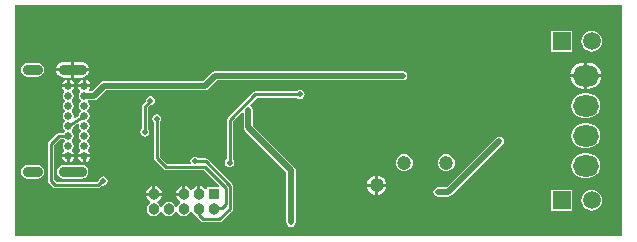
<source format=gbl>
G04*
G04 #@! TF.GenerationSoftware,Altium Limited,Altium Designer,19.1.8 (144)*
G04*
G04 Layer_Physical_Order=2*
G04 Layer_Color=16711680*
%FSLAX23Y23*%
%MOIN*%
G70*
G01*
G75*
%ADD12C,0.010*%
%ADD49C,0.020*%
%ADD51O,0.067X0.035*%
%ADD52O,0.094X0.035*%
%ADD53O,0.026X0.024*%
%ADD54R,0.059X0.059*%
%ADD55C,0.059*%
%ADD56O,0.087X0.071*%
%ADD57C,0.047*%
%ADD58R,0.038X0.038*%
%ADD59C,0.038*%
%ADD60C,0.020*%
%ADD61C,0.020*%
G36*
X1676Y-385D02*
X-347D01*
Y385D01*
X1676D01*
Y-385D01*
D02*
G37*
%LPC*%
G36*
X1510Y300D02*
X1440D01*
Y230D01*
X1510D01*
Y300D01*
D02*
G37*
G36*
X1575Y300D02*
X1566Y299D01*
X1558Y295D01*
X1550Y290D01*
X1545Y282D01*
X1541Y274D01*
X1540Y265D01*
X1541Y256D01*
X1545Y248D01*
X1550Y240D01*
X1558Y235D01*
X1566Y231D01*
X1575Y230D01*
X1584Y231D01*
X1592Y235D01*
X1600Y240D01*
X1605Y248D01*
X1609Y256D01*
X1610Y265D01*
X1609Y274D01*
X1605Y282D01*
X1600Y290D01*
X1592Y295D01*
X1584Y299D01*
X1575Y300D01*
D02*
G37*
G36*
X-126Y196D02*
X-150D01*
Y175D01*
X-101D01*
X-101Y177D01*
X-103Y183D01*
X-107Y189D01*
X-113Y193D01*
X-119Y195D01*
X-126Y196D01*
D02*
G37*
G36*
X-160D02*
X-185D01*
X-192Y195D01*
X-198Y193D01*
X-203Y189D01*
X-207Y183D01*
X-210Y177D01*
X-210Y175D01*
X-160D01*
Y196D01*
D02*
G37*
G36*
X1563Y194D02*
X1560D01*
Y155D01*
X1606D01*
X1605Y161D01*
X1601Y172D01*
X1594Y181D01*
X1585Y188D01*
X1574Y192D01*
X1563Y194D01*
D02*
G37*
G36*
X1550D02*
X1547D01*
X1536Y192D01*
X1525Y188D01*
X1516Y181D01*
X1509Y172D01*
X1505Y161D01*
X1504Y155D01*
X1550D01*
Y194D01*
D02*
G37*
G36*
X-273Y193D02*
X-304D01*
X-313Y192D01*
X-321Y187D01*
X-326Y179D01*
X-327Y170D01*
X-326Y161D01*
X-321Y154D01*
X-313Y149D01*
X-304Y147D01*
X-273D01*
X-264Y149D01*
X-256Y154D01*
X-251Y161D01*
X-250Y170D01*
X-251Y179D01*
X-256Y187D01*
X-264Y192D01*
X-273Y193D01*
D02*
G37*
G36*
X-101Y165D02*
X-150D01*
Y144D01*
X-126D01*
X-119Y145D01*
X-113Y148D01*
X-107Y152D01*
X-103Y157D01*
X-101Y164D01*
X-101Y165D01*
D02*
G37*
G36*
X-160D02*
X-210D01*
X-210Y164D01*
X-207Y157D01*
X-203Y152D01*
X-198Y148D01*
X-192Y145D01*
X-185Y144D01*
X-160D01*
Y165D01*
D02*
G37*
G36*
X-165Y137D02*
Y122D01*
X-150D01*
X-150Y125D01*
X-155Y132D01*
X-161Y136D01*
X-165Y137D01*
D02*
G37*
G36*
X-112D02*
Y122D01*
X-97D01*
X-97Y125D01*
X-102Y132D01*
X-108Y136D01*
X-112Y137D01*
D02*
G37*
G36*
X-122D02*
X-125Y136D01*
X-132Y132D01*
X-136Y125D01*
X-137Y122D01*
X-122D01*
Y137D01*
D02*
G37*
G36*
X-175D02*
X-178Y136D01*
X-185Y132D01*
X-190Y125D01*
X-190Y122D01*
X-175D01*
Y137D01*
D02*
G37*
G36*
X1606Y145D02*
X1560D01*
Y106D01*
X1563D01*
X1574Y108D01*
X1585Y112D01*
X1594Y119D01*
X1601Y128D01*
X1605Y139D01*
X1606Y145D01*
D02*
G37*
G36*
X1550D02*
X1504D01*
X1505Y139D01*
X1509Y128D01*
X1516Y119D01*
X1525Y112D01*
X1536Y108D01*
X1547Y106D01*
X1550D01*
Y145D01*
D02*
G37*
G36*
X945Y165D02*
X320D01*
X314Y164D01*
X309Y161D01*
X280Y132D01*
X-51D01*
X-57Y131D01*
X-62Y127D01*
X-90Y99D01*
X-99D01*
X-101Y104D01*
X-97Y109D01*
X-97Y112D01*
X-117D01*
X-137D01*
X-136Y109D01*
X-132Y103D01*
X-130Y101D01*
Y98D01*
X-130Y95D01*
X-134Y90D01*
X-135Y84D01*
X-134Y77D01*
X-130Y71D01*
X-128Y70D01*
Y64D01*
X-130Y63D01*
X-134Y57D01*
X-135Y50D01*
X-134Y43D01*
X-130Y38D01*
X-128Y36D01*
Y30D01*
X-130Y29D01*
X-134Y23D01*
X-135Y17D01*
X-148Y9D01*
X-153Y12D01*
X-152Y17D01*
X-153Y23D01*
X-157Y29D01*
X-159Y30D01*
Y36D01*
X-157Y38D01*
X-153Y43D01*
X-152Y50D01*
X-153Y57D01*
X-157Y63D01*
X-159Y64D01*
Y70D01*
X-157Y71D01*
X-153Y77D01*
X-152Y84D01*
X-153Y90D01*
X-156Y95D01*
X-157Y98D01*
Y101D01*
X-155Y103D01*
X-150Y109D01*
X-150Y112D01*
X-170D01*
Y117D01*
D01*
Y112D01*
X-190D01*
X-190Y109D01*
X-185Y103D01*
X-183Y101D01*
Y98D01*
X-183Y95D01*
X-187Y90D01*
X-188Y84D01*
X-187Y77D01*
X-183Y71D01*
X-181Y70D01*
Y64D01*
X-183Y63D01*
X-187Y57D01*
X-188Y50D01*
X-187Y43D01*
X-183Y38D01*
X-181Y36D01*
Y30D01*
X-183Y29D01*
X-187Y23D01*
X-188Y17D01*
X-187Y10D01*
X-183Y4D01*
X-181Y3D01*
Y-3D01*
X-183Y-4D01*
X-187Y-10D01*
X-188Y-17D01*
X-187Y-23D01*
X-183Y-29D01*
X-181Y-30D01*
Y-36D01*
X-181Y-37D01*
X-183Y-38D01*
X-184Y-40D01*
X-184Y-40D01*
X-201D01*
X-205Y-41D01*
X-208Y-43D01*
X-234Y-69D01*
X-236Y-73D01*
X-237Y-77D01*
Y-201D01*
X-236Y-205D01*
X-234Y-208D01*
X-220Y-222D01*
X-217Y-224D01*
X-213Y-225D01*
X-71D01*
X-67Y-224D01*
X-63Y-222D01*
X-56Y-215D01*
X-54Y-216D01*
X-48Y-215D01*
X-43Y-211D01*
X-40Y-206D01*
X-38Y-201D01*
X-40Y-195D01*
X-43Y-190D01*
X-48Y-187D01*
X-54Y-185D01*
X-59Y-187D01*
X-64Y-190D01*
X-68Y-195D01*
X-68Y-198D01*
X-75Y-205D01*
X-208D01*
X-217Y-196D01*
Y-81D01*
X-196Y-60D01*
X-184D01*
X-183Y-63D01*
X-181Y-64D01*
Y-70D01*
X-183Y-71D01*
X-187Y-77D01*
X-188Y-84D01*
X-187Y-90D01*
X-183Y-95D01*
X-183Y-98D01*
Y-101D01*
X-185Y-103D01*
X-190Y-109D01*
X-190Y-112D01*
X-170D01*
X-150D01*
X-150Y-109D01*
X-155Y-103D01*
X-157Y-101D01*
Y-98D01*
X-156Y-95D01*
X-153Y-90D01*
X-152Y-84D01*
X-153Y-77D01*
X-157Y-71D01*
X-159Y-70D01*
Y-64D01*
X-157Y-63D01*
X-153Y-57D01*
X-152Y-50D01*
X-153Y-43D01*
X-157Y-38D01*
X-159Y-36D01*
Y-30D01*
X-157Y-29D01*
X-153Y-23D01*
X-152Y-17D01*
X-138Y-9D01*
X-134Y-12D01*
X-135Y-17D01*
X-134Y-23D01*
X-130Y-29D01*
X-128Y-30D01*
Y-36D01*
X-130Y-38D01*
X-134Y-43D01*
X-135Y-50D01*
X-134Y-57D01*
X-130Y-63D01*
X-128Y-64D01*
Y-70D01*
X-130Y-71D01*
X-134Y-77D01*
X-135Y-84D01*
X-134Y-90D01*
X-130Y-95D01*
X-130Y-98D01*
Y-101D01*
X-132Y-103D01*
X-136Y-109D01*
X-137Y-112D01*
X-117D01*
X-97D01*
X-97Y-109D01*
X-102Y-103D01*
X-104Y-101D01*
Y-98D01*
X-103Y-95D01*
X-100Y-90D01*
X-99Y-84D01*
X-100Y-77D01*
X-104Y-71D01*
X-106Y-70D01*
Y-64D01*
X-104Y-63D01*
X-100Y-57D01*
X-99Y-50D01*
X-100Y-43D01*
X-104Y-38D01*
X-106Y-36D01*
Y-30D01*
X-104Y-29D01*
X-100Y-23D01*
X-99Y-17D01*
X-100Y-10D01*
X-104Y-4D01*
X-106Y-3D01*
Y3D01*
X-104Y4D01*
X-100Y10D01*
X-99Y17D01*
X-100Y23D01*
X-104Y29D01*
X-106Y30D01*
Y36D01*
X-104Y38D01*
X-100Y43D01*
X-99Y50D01*
X-100Y57D01*
X-104Y63D01*
X-105Y63D01*
X-103Y68D01*
X-84D01*
X-78Y70D01*
X-73Y73D01*
X-45Y101D01*
X286D01*
X292Y102D01*
X297Y106D01*
X326Y135D01*
X945D01*
X951Y136D01*
X956Y139D01*
X959Y144D01*
X960Y150D01*
X959Y156D01*
X956Y161D01*
X951Y164D01*
X945Y165D01*
D02*
G37*
G36*
X603Y103D02*
X597Y102D01*
X592Y98D01*
X591Y98D01*
X454D01*
X450Y97D01*
X447Y95D01*
X361Y8D01*
X359Y5D01*
X358Y1D01*
Y-129D01*
X357Y-129D01*
X354Y-134D01*
X353Y-140D01*
X354Y-146D01*
X357Y-151D01*
X362Y-154D01*
X368Y-155D01*
X374Y-154D01*
X379Y-151D01*
X382Y-146D01*
X383Y-140D01*
X382Y-134D01*
X379Y-129D01*
X378Y-129D01*
Y-3D01*
X410Y29D01*
X415Y27D01*
Y-22D01*
X416Y-28D01*
X419Y-33D01*
X557Y-171D01*
Y-335D01*
X558Y-337D01*
X557Y-339D01*
X559Y-345D01*
X562Y-350D01*
X567Y-353D01*
X573Y-355D01*
X579Y-353D01*
X584Y-350D01*
X587Y-345D01*
X588Y-339D01*
X588Y-337D01*
X588Y-335D01*
Y-165D01*
X587Y-159D01*
X584Y-154D01*
X445Y-16D01*
Y35D01*
X444Y41D01*
X441Y46D01*
X437Y49D01*
X435Y54D01*
X458Y77D01*
X591D01*
X592Y77D01*
X597Y73D01*
X603Y72D01*
X609Y73D01*
X614Y77D01*
X617Y82D01*
X618Y88D01*
X617Y93D01*
X614Y98D01*
X609Y102D01*
X603Y103D01*
D02*
G37*
G36*
X104Y82D02*
X98Y81D01*
X93Y77D01*
X90Y72D01*
X89Y67D01*
X89Y66D01*
X78Y55D01*
X75Y51D01*
X75Y47D01*
Y-26D01*
X74Y-27D01*
X71Y-32D01*
X70Y-37D01*
X71Y-43D01*
X74Y-48D01*
X79Y-51D01*
X85Y-53D01*
X91Y-51D01*
X95Y-48D01*
X99Y-43D01*
X100Y-37D01*
X99Y-32D01*
X95Y-27D01*
X95Y-26D01*
Y43D01*
X103Y52D01*
X104Y51D01*
X110Y53D01*
X115Y56D01*
X118Y61D01*
X119Y67D01*
X118Y72D01*
X115Y77D01*
X110Y81D01*
X104Y82D01*
D02*
G37*
G36*
X1563Y91D02*
X1547D01*
X1537Y89D01*
X1527Y85D01*
X1518Y79D01*
X1512Y70D01*
X1508Y61D01*
X1506Y50D01*
X1508Y39D01*
X1512Y30D01*
X1518Y21D01*
X1527Y15D01*
X1537Y11D01*
X1547Y9D01*
X1563D01*
X1573Y11D01*
X1583Y15D01*
X1592Y21D01*
X1598Y30D01*
X1602Y39D01*
X1604Y50D01*
X1602Y61D01*
X1598Y70D01*
X1592Y79D01*
X1583Y85D01*
X1573Y89D01*
X1563Y91D01*
D02*
G37*
G36*
Y-9D02*
X1547D01*
X1537Y-11D01*
X1527Y-15D01*
X1518Y-21D01*
X1512Y-30D01*
X1508Y-39D01*
X1506Y-50D01*
X1508Y-61D01*
X1512Y-70D01*
X1518Y-79D01*
X1527Y-85D01*
X1537Y-89D01*
X1547Y-91D01*
X1563D01*
X1573Y-89D01*
X1583Y-85D01*
X1592Y-79D01*
X1598Y-70D01*
X1602Y-61D01*
X1604Y-50D01*
X1602Y-39D01*
X1598Y-30D01*
X1592Y-21D01*
X1583Y-15D01*
X1573Y-11D01*
X1563Y-9D01*
D02*
G37*
G36*
X-150Y-122D02*
X-165D01*
Y-137D01*
X-161Y-136D01*
X-155Y-132D01*
X-150Y-125D01*
X-150Y-122D01*
D02*
G37*
G36*
X-97D02*
X-112D01*
Y-137D01*
X-108Y-136D01*
X-102Y-132D01*
X-97Y-125D01*
X-97Y-122D01*
D02*
G37*
G36*
X-122D02*
X-137D01*
X-136Y-125D01*
X-132Y-132D01*
X-125Y-136D01*
X-122Y-137D01*
Y-122D01*
D02*
G37*
G36*
X-175D02*
X-190D01*
X-190Y-125D01*
X-185Y-132D01*
X-178Y-136D01*
X-175Y-137D01*
Y-122D01*
D02*
G37*
G36*
X1090Y-111D02*
X1083Y-112D01*
X1076Y-115D01*
X1070Y-120D01*
X1065Y-126D01*
X1062Y-133D01*
X1061Y-140D01*
X1062Y-147D01*
X1065Y-154D01*
X1070Y-160D01*
X1076Y-165D01*
X1083Y-168D01*
X1090Y-169D01*
X1097Y-168D01*
X1104Y-165D01*
X1110Y-160D01*
X1115Y-154D01*
X1118Y-147D01*
X1119Y-140D01*
X1118Y-133D01*
X1115Y-126D01*
X1110Y-120D01*
X1104Y-115D01*
X1097Y-112D01*
X1090Y-111D01*
D02*
G37*
G36*
X950D02*
X943Y-112D01*
X936Y-115D01*
X930Y-120D01*
X925Y-126D01*
X922Y-133D01*
X921Y-140D01*
X922Y-147D01*
X925Y-154D01*
X930Y-160D01*
X936Y-165D01*
X943Y-168D01*
X950Y-169D01*
X957Y-168D01*
X964Y-165D01*
X970Y-160D01*
X975Y-154D01*
X978Y-147D01*
X979Y-140D01*
X978Y-133D01*
X975Y-126D01*
X970Y-120D01*
X964Y-115D01*
X957Y-112D01*
X950Y-111D01*
D02*
G37*
G36*
X1563Y-109D02*
X1547D01*
X1537Y-111D01*
X1527Y-115D01*
X1518Y-121D01*
X1512Y-130D01*
X1508Y-139D01*
X1506Y-150D01*
X1508Y-161D01*
X1512Y-170D01*
X1518Y-179D01*
X1527Y-185D01*
X1537Y-189D01*
X1547Y-191D01*
X1563D01*
X1573Y-189D01*
X1583Y-185D01*
X1592Y-179D01*
X1598Y-170D01*
X1602Y-161D01*
X1604Y-150D01*
X1602Y-139D01*
X1598Y-130D01*
X1592Y-121D01*
X1583Y-115D01*
X1573Y-111D01*
X1563Y-109D01*
D02*
G37*
G36*
X-126Y-147D02*
X-185D01*
X-194Y-149D01*
X-201Y-154D01*
X-206Y-161D01*
X-208Y-170D01*
X-206Y-179D01*
X-201Y-187D01*
X-194Y-192D01*
X-185Y-193D01*
X-126D01*
X-117Y-192D01*
X-109Y-187D01*
X-104Y-179D01*
X-103Y-170D01*
X-104Y-161D01*
X-109Y-154D01*
X-117Y-149D01*
X-126Y-147D01*
D02*
G37*
G36*
X-273D02*
X-304D01*
X-313Y-149D01*
X-321Y-154D01*
X-326Y-161D01*
X-327Y-170D01*
X-326Y-179D01*
X-321Y-187D01*
X-313Y-192D01*
X-304Y-193D01*
X-273D01*
X-264Y-192D01*
X-256Y-187D01*
X-251Y-179D01*
X-250Y-170D01*
X-251Y-161D01*
X-256Y-154D01*
X-264Y-149D01*
X-273Y-147D01*
D02*
G37*
G36*
X863Y-184D02*
Y-210D01*
X889D01*
X889Y-207D01*
X886Y-199D01*
X881Y-192D01*
X874Y-187D01*
X866Y-184D01*
X863Y-184D01*
D02*
G37*
G36*
X853D02*
X850Y-184D01*
X842Y-187D01*
X835Y-192D01*
X830Y-199D01*
X827Y-207D01*
X827Y-210D01*
X853D01*
Y-184D01*
D02*
G37*
G36*
X125Y22D02*
X119Y20D01*
X114Y17D01*
X111Y12D01*
X110Y7D01*
X111Y1D01*
X114Y-4D01*
X115Y-5D01*
Y-125D01*
X116Y-129D01*
X118Y-132D01*
X148Y-162D01*
X151Y-164D01*
X155Y-165D01*
X282D01*
X334Y-216D01*
X332Y-221D01*
X291D01*
Y-227D01*
X286Y-228D01*
X284Y-226D01*
X279Y-222D01*
X272Y-219D01*
X270Y-219D01*
Y-245D01*
X260D01*
Y-219D01*
X258Y-219D01*
X251Y-222D01*
X246Y-226D01*
X243Y-229D01*
X242Y-230D01*
X238D01*
X237Y-229D01*
X234Y-226D01*
X229Y-222D01*
X222Y-219D01*
X220Y-219D01*
Y-245D01*
X215D01*
Y-250D01*
X189D01*
X189Y-252D01*
X192Y-259D01*
X196Y-264D01*
X201Y-268D01*
X202Y-269D01*
X203Y-274D01*
X198Y-278D01*
X193Y-286D01*
X192Y-286D01*
X188D01*
X187Y-286D01*
X182Y-278D01*
X174Y-272D01*
X165Y-271D01*
X156Y-272D01*
X148Y-278D01*
X143Y-286D01*
X142Y-286D01*
X138D01*
X137Y-286D01*
X132Y-278D01*
X127Y-274D01*
X128Y-269D01*
X129Y-268D01*
X134Y-264D01*
X138Y-259D01*
X141Y-252D01*
X141Y-250D01*
X115D01*
X89D01*
X89Y-252D01*
X92Y-259D01*
X96Y-264D01*
X101Y-268D01*
X102Y-269D01*
X103Y-274D01*
X98Y-278D01*
X92Y-286D01*
X91Y-295D01*
X92Y-304D01*
X98Y-312D01*
X106Y-318D01*
X115Y-319D01*
X124Y-318D01*
X132Y-312D01*
X137Y-304D01*
X138Y-304D01*
X142D01*
X143Y-304D01*
X148Y-312D01*
X156Y-318D01*
X165Y-319D01*
X174Y-318D01*
X182Y-312D01*
X187Y-304D01*
X188Y-304D01*
X192D01*
X193Y-304D01*
X198Y-312D01*
X206Y-318D01*
X215Y-319D01*
X224Y-318D01*
X232Y-312D01*
X237Y-304D01*
X238Y-304D01*
X242D01*
X243Y-304D01*
X248Y-312D01*
X255Y-317D01*
X256Y-319D01*
X258Y-322D01*
X272Y-336D01*
X275Y-338D01*
X279Y-339D01*
X334D01*
X338Y-338D01*
X341Y-336D01*
X377Y-300D01*
X379Y-297D01*
X380Y-293D01*
Y-217D01*
X379Y-213D01*
X377Y-210D01*
X295Y-128D01*
X292Y-126D01*
X288Y-125D01*
X263D01*
X263Y-124D01*
X258Y-121D01*
X252Y-120D01*
X246Y-121D01*
X241Y-124D01*
X238Y-129D01*
X237Y-135D01*
X238Y-140D01*
X235Y-145D01*
X159D01*
X135Y-121D01*
Y-5D01*
X136Y-4D01*
X139Y1D01*
X140Y7D01*
X139Y12D01*
X136Y17D01*
X131Y20D01*
X125Y22D01*
D02*
G37*
G36*
X120Y-219D02*
Y-240D01*
X141D01*
X141Y-238D01*
X138Y-231D01*
X134Y-226D01*
X129Y-222D01*
X122Y-219D01*
X120Y-219D01*
D02*
G37*
G36*
X210D02*
X208Y-219D01*
X201Y-222D01*
X196Y-226D01*
X192Y-231D01*
X189Y-238D01*
X189Y-240D01*
X210D01*
Y-219D01*
D02*
G37*
G36*
X110D02*
X108Y-219D01*
X101Y-222D01*
X96Y-226D01*
X92Y-231D01*
X89Y-238D01*
X89Y-240D01*
X110D01*
Y-219D01*
D02*
G37*
G36*
X889Y-220D02*
X863D01*
Y-246D01*
X866Y-246D01*
X874Y-243D01*
X881Y-238D01*
X886Y-231D01*
X889Y-223D01*
X889Y-220D01*
D02*
G37*
G36*
X853D02*
X827D01*
X827Y-223D01*
X830Y-231D01*
X835Y-238D01*
X842Y-243D01*
X850Y-246D01*
X853Y-246D01*
Y-220D01*
D02*
G37*
G36*
X1267Y-53D02*
X1261Y-54D01*
X1256Y-57D01*
X1091Y-222D01*
X1062D01*
X1056Y-223D01*
X1052Y-227D01*
X1048Y-232D01*
X1047Y-238D01*
X1048Y-243D01*
X1052Y-248D01*
X1056Y-252D01*
X1062Y-253D01*
X1097D01*
X1103Y-252D01*
X1108Y-248D01*
X1278Y-79D01*
X1281Y-74D01*
X1282Y-68D01*
X1281Y-62D01*
X1278Y-57D01*
X1273Y-54D01*
X1267Y-53D01*
D02*
G37*
G36*
X1510Y-230D02*
X1440D01*
Y-300D01*
X1510D01*
Y-230D01*
D02*
G37*
G36*
X1575Y-230D02*
X1566Y-231D01*
X1558Y-235D01*
X1550Y-240D01*
X1545Y-248D01*
X1541Y-256D01*
X1540Y-265D01*
X1541Y-274D01*
X1545Y-282D01*
X1550Y-290D01*
X1558Y-295D01*
X1566Y-299D01*
X1575Y-300D01*
X1584Y-299D01*
X1592Y-295D01*
X1600Y-290D01*
X1605Y-282D01*
X1609Y-274D01*
X1610Y-265D01*
X1609Y-256D01*
X1605Y-248D01*
X1600Y-240D01*
X1592Y-235D01*
X1584Y-231D01*
X1575Y-230D01*
D02*
G37*
%LPD*%
D12*
X-213Y-215D02*
X-71D01*
X-56Y-201D01*
X-54D01*
X155Y-155D02*
X287D01*
X125Y-125D02*
X155Y-155D01*
X287D02*
X355Y-223D01*
X288Y-135D02*
X370Y-217D01*
X252Y-135D02*
X288D01*
X370Y-293D02*
Y-217D01*
X125Y-125D02*
Y7D01*
X355Y-278D02*
Y-223D01*
X343Y-290D02*
X355Y-278D01*
X320Y-290D02*
X343D01*
X334Y-329D02*
X370Y-293D01*
X279Y-329D02*
X334D01*
X265Y-315D02*
X279Y-329D01*
X315Y-295D02*
X320Y-290D01*
X454Y88D02*
X603D01*
X368Y1D02*
X454Y88D01*
X368Y-140D02*
Y1D01*
X85Y-37D02*
Y47D01*
X104Y67D01*
X-227Y-201D02*
X-213Y-215D01*
X-227Y-201D02*
Y-77D01*
X-201Y-50D01*
X-170D01*
Y-17D02*
X-117Y17D01*
X265Y-295D02*
Y-290D01*
Y-315D02*
Y-295D01*
D49*
X-51Y116D02*
X286D01*
X-84Y84D02*
X-51Y116D01*
X-117Y84D02*
X-84D01*
X573Y-335D02*
Y-165D01*
X430Y-22D02*
X573Y-165D01*
X286Y116D02*
X320Y150D01*
X1062Y-238D02*
X1097D01*
X1267Y-68D01*
X915Y150D02*
X945D01*
X320D02*
X915D01*
X430Y-22D02*
Y35D01*
D51*
X-288Y170D02*
D03*
Y-170D02*
D03*
D52*
X-155D02*
D03*
Y170D02*
D03*
D53*
X-170Y117D02*
D03*
Y84D02*
D03*
Y50D02*
D03*
Y17D02*
D03*
Y-17D02*
D03*
Y-50D02*
D03*
Y-84D02*
D03*
Y-117D02*
D03*
X-117D02*
D03*
Y-84D02*
D03*
Y-50D02*
D03*
Y-17D02*
D03*
Y17D02*
D03*
Y50D02*
D03*
Y84D02*
D03*
Y117D02*
D03*
D54*
X1475Y265D02*
D03*
Y-265D02*
D03*
D55*
X1575Y265D02*
D03*
Y-265D02*
D03*
D56*
X1555Y150D02*
D03*
Y50D02*
D03*
Y-50D02*
D03*
Y-150D02*
D03*
D57*
X858Y-215D02*
D03*
X1090Y-140D02*
D03*
X950D02*
D03*
D58*
X315Y-245D02*
D03*
D59*
Y-295D02*
D03*
X265Y-245D02*
D03*
Y-295D02*
D03*
X215Y-245D02*
D03*
Y-295D02*
D03*
X165D02*
D03*
X115Y-245D02*
D03*
Y-295D02*
D03*
D60*
X304Y363D02*
D03*
X-54Y-201D02*
D03*
X89Y203D02*
D03*
X45Y240D02*
D03*
X-22Y85D02*
D03*
X-84Y-1D02*
D03*
X-17D02*
D03*
X85Y-37D02*
D03*
X104Y67D02*
D03*
X125Y7D02*
D03*
D61*
X573Y-339D02*
D03*
X1120Y-80D02*
D03*
X252Y-135D02*
D03*
X368Y-140D02*
D03*
X14Y-280D02*
D03*
X1062Y-238D02*
D03*
X1049Y-282D02*
D03*
X945Y150D02*
D03*
X430Y35D02*
D03*
X1195Y200D02*
D03*
X1290Y165D02*
D03*
X630Y105D02*
D03*
X895Y-90D02*
D03*
X603Y88D02*
D03*
X650Y-100D02*
D03*
X465Y-135D02*
D03*
X1010Y-70D02*
D03*
Y-140D02*
D03*
X915Y150D02*
D03*
X100Y310D02*
D03*
X550Y260D02*
D03*
X1386Y79D02*
D03*
X14Y-192D02*
D03*
X1387Y-14D02*
D03*
X1415Y-358D02*
D03*
X858Y200D02*
D03*
X800D02*
D03*
X700D02*
D03*
X210Y260D02*
D03*
X585Y1D02*
D03*
X895Y-5D02*
D03*
X975Y60D02*
D03*
X895Y50D02*
D03*
X790Y-100D02*
D03*
X240Y-320D02*
D03*
X140D02*
D03*
X372Y-342D02*
D03*
X985Y200D02*
D03*
X1110D02*
D03*
X1205Y110D02*
D03*
X1387Y-110D02*
D03*
X1076Y-188D02*
D03*
X1501Y-183D02*
D03*
X1220Y-264D02*
D03*
X1183Y-362D02*
D03*
X932Y-313D02*
D03*
X1267Y-68D02*
D03*
X1413Y-262D02*
D03*
X1196Y297D02*
D03*
M02*

</source>
